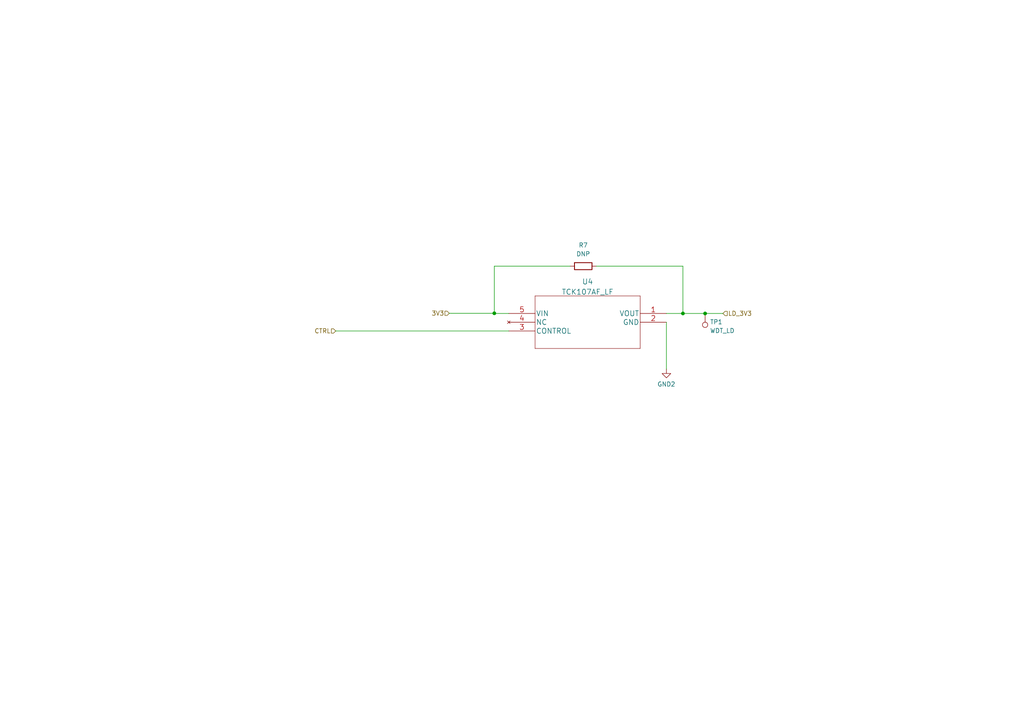
<source format=kicad_sch>
(kicad_sch (version 20231120) (generator "eeschema") (generator_version "8.0")
  (paper "A4")
  (title_block (title "PWX-Schematic_Repo") (date "2024-10-04") (rev "0") (company "Packetworx") (comment 1 "J.Javier"))
  (lib_symbols
    (symbol "Connector:TestPoint" (pin_numbers hide) (pin_names (offset 0.762) hide)
      (property "Reference" "TP" (at 0 6.858 0))
      (property "Value" "TestPoint" (at 0 5.08 0))
      (symbol "TestPoint_0_1"
        (circle (center 0 3.302) (radius 0.762))
      )
      (symbol "TestPoint_1_1"
        (pin passive line (at 0 0 90) (length 2.54) (name "1") (number "1"))
      )
    )
    (symbol "Device:R" (pin_numbers hide) (pin_names (offset 0))
      (property "Reference" "R" (at 2.032 0 90))
      (property "Value" "R" (at 0 0 90))
      (symbol "R_0_1"
        (rectangle (start -1.016 -2.54) (end 1.016 2.54) (stroke (width 0.254)))
      )
      (symbol "R_1_1"
        (pin passive line (at 0 3.81 270) (length 1.27) (name "~") (number "1"))
        (pin passive line (at 0 -3.81 90) (length 1.27) (name "~") (number "2"))
      )
    )
    (symbol "power:GND2" (power) (pin_names (offset 0))
      (property "Value" "GND2" (at 0 -3.81 0))
      (symbol "GND2_0_1"
        (polyline (pts (xy 0 0) (xy 0 -1.27) (xy 1.27 -1.27) (xy 0 -2.54) (xy -1.27 -1.27) (xy 0 -1.27)))
      )
      (symbol "GND2_1_1"
        (pin power_in line (at 0 0 270) (length 0) hide (name "GND2") (number "1"))
      )
    )
    (symbol "ul_TCK107:TCK108AF_LF" (pin_names (offset 0.254))
      (property "Reference" "U10" (at 22.86 9.2276 0))
      (property "Value" "TCK107AF_LF" (at 22.86 6.2342 0))
      (symbol "TCK108AF_LF_1_1"
        (polyline (pts (xy 7.62 -10.16) (xy 38.1 -10.16)) (stroke (width 0.127)))
        (polyline (pts (xy 7.62 5.08) (xy 7.62 -10.16)) (stroke (width 0.127)))
        (polyline (pts (xy 38.1 -10.16) (xy 38.1 5.08)) (stroke (width 0.127)))
        (polyline (pts (xy 38.1 5.08) (xy 7.62 5.08)) (stroke (width 0.127)))
        (pin power_out line (at 0 0 0) (length 7.62) (name "VOUT") (number "1"))
        (pin bidirectional line (at 0 -2.54 0) (length 7.62) (name "GND") (number "2"))
        (pin unspecified line (at 45.72 -5.08 180) (length 7.62) (name "CONTROL") (number "3"))
        (pin no_connect line (at 45.72 -2.54 180) (length 7.62) (name "NC") (number "4"))
        (pin power_in line (at 45.72 0 180) (length 7.62) (name "VIN") (number "5"))
      )
    )
  )
  (junction (at 143.3708 90.868))
  (junction (at 198.0726 90.9177))
  (junction (at 204.5103 90.9177))
  (wire (pts (xy 198.0726 90.9177) (xy 193.2898 90.9177)))
  (wire (pts (xy 143.3708 90.868) (xy 143.3708 90.9177)))
  (wire (pts (xy 193.2898 93.4577) (xy 193.2898 107.0554)))
  (wire (pts (xy 143.3708 90.9177) (xy 147.5698 90.9177)))
  (wire (pts (xy 143.3708 77.1964) (xy 143.3708 90.868)))
  (wire (pts (xy 165.3514 77.1964) (xy 143.3708 77.1964)))
  (wire (pts (xy 204.5103 90.9177) (xy 209.6714 90.9177)))
  (wire (pts (xy 198.0726 90.9177) (xy 204.5103 90.9177)))
  (wire (pts (xy 130.3111 90.868) (xy 143.3708 90.868)))
  (wire (pts (xy 97.3778 95.9977) (xy 147.5698 95.9977)))
  (wire (pts (xy 198.0726 77.1964) (xy 198.0726 90.9177)))
  (wire (pts (xy 172.9714 77.1964) (xy 198.0726 77.1964)))
  (hierarchical_label "3V3" (shape input) (at 130.3111 90.868 180))
  (hierarchical_label "CTRL" (shape input) (at 97.3778 95.9977 180))
  (hierarchical_label "LD_3V3" (shape input) (at 209.6714 90.9177 0))
  (symbol (lib_id "ul_TCK107:TCK108AF_LF") (at 193.2898 90.9177 0) (mirror y) (unit 1)
    (property "Reference" "U4" (at 170.4298 81.6901 0) (effects (font (size 1.524 1.524))))
    (property "Value" "TCK107AF_LF" (at 170.4298 84.6835 0) (effects (font (size 1.524 1.524))))
    (property "Footprint" "PWX-Footprints-SNAP:TCK108AF_LF" (effects (hide yes)))
  )
  (symbol (lib_id "Device:R") (at 169.1614 77.1964 90) (unit 1)
    (property "Reference" "R7" (at 169.1614 71.12 90))
    (property "Value" "DNP" (at 169.1614 73.66 90))
    (property "Footprint" "Resistor_SMD:R_0805_2012Metric" (effects (hide yes)))
  )
  (symbol (lib_id "Connector:TestPoint") (at 204.5103 90.9177 180) (unit 1)
    (property "Reference" "TP1" (at 205.9073 93.385 0) (effects (justify right)))
    (property "Value" "WDT_LD" (at 205.9073 95.9219 0) (effects (justify right)))
    (property "Footprint" "TestPoint:TestPoint_Pad_D1.0mm" (effects (hide yes)))
  )
  (symbol (lib_id "power:GND2") (at 193.2898 107.0554 0) (unit 1)
    (property "Reference" "#PWR044" (effects (hide yes)))
    (property "Value" "GND2" (at 193.2729 111.4401 0))
  )
)
</source>
